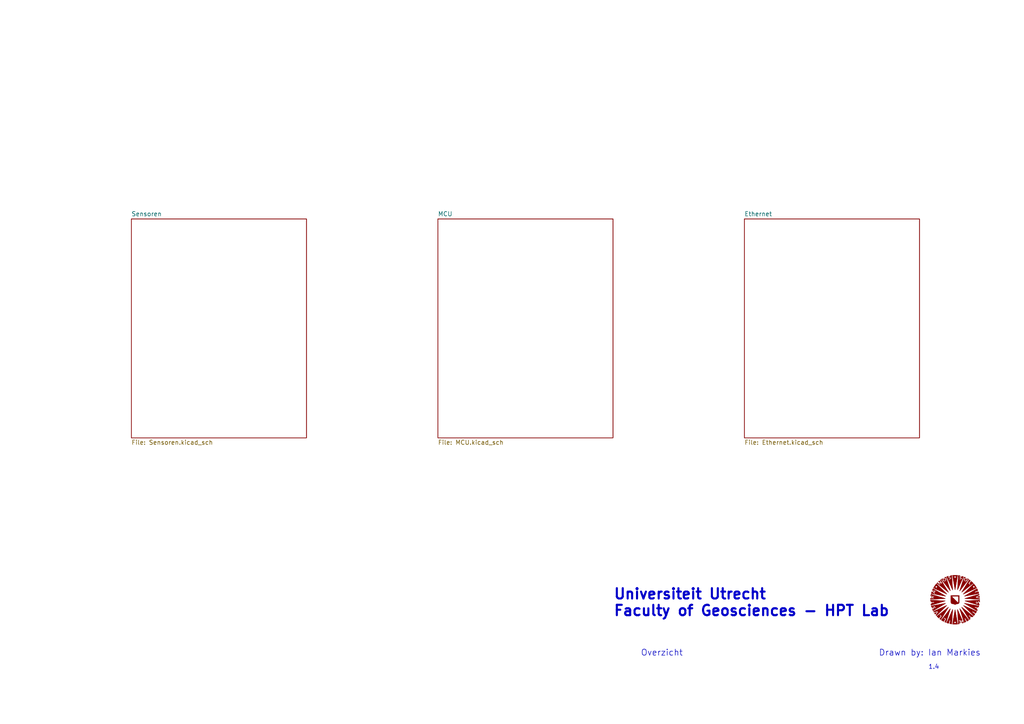
<source format=kicad_sch>
(kicad_sch (version 20211123) (generator eeschema)
  (paper "A4")
  (lib_symbols
    (symbol "HPT:LOGO" (pin_names (offset 1.016)))
  )
  (text "Overzicht" (at 198.12 190.5 180) (effects (font (size 1.75 1.75)) (justify right bottom)))
  (text "1.4" (at 269.24 194.31 0) (effects (font (size 1.27 1.27)) (justify left bottom)))
  (text "Universiteit Utrecht\nFaculty of Geosciences - HPT Lab" (at 177.8 179.07 0) (effects (font (size 3 3) (thickness 0.6) bold) (justify left bottom)))
  (text "Drawn by: Ian Markies" (at 284.48 190.5 180) (effects (font (size 1.75 1.75)) (justify right bottom)))
  (symbol (lib_id "HPT:LOGO") (at 276.86 173.99 0) (unit 1)
    (property "Reference" "#G1" (effects hide))
    (property "Value" "LOGO" (effects hide))
  )
  (sheet (at 127 63.5) (size 50.8 63.5) (stroke (width 0.1524))
    (property "Sheet name" "MCU" (at 127 62.7884 0) (effects (justify left bottom)))
    (property "Sheet file" "MCU.kicad_sch" (at 127 127.5846 0) (effects (justify left top)))
  )
  (sheet (at 215.9 63.5) (size 50.8 63.5) (stroke (width 0.1524))
    (property "Sheet name" "Ethernet" (at 215.9 62.7884 0) (effects (justify left bottom)))
    (property "Sheet file" "Ethernet.kicad_sch" (at 215.9 127.5846 0) (effects (justify left top)))
  )
  (sheet (at 38.1 63.5) (size 50.8 63.5) (stroke (width 0.1524))
    (property "Sheet name" "Sensoren" (at 38.1 62.7884 0) (effects (justify left bottom)))
    (property "Sheet file" "Sensoren.kicad_sch" (at 38.1 127.5846 0) (effects (justify left top)))
  )
)
</source>
